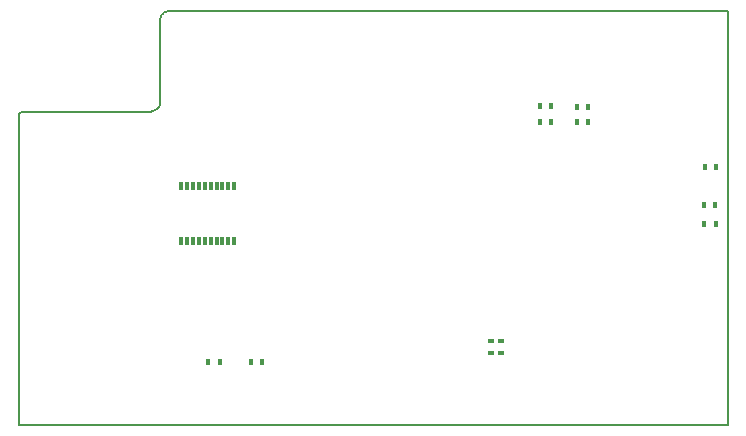
<source format=gbp>
G04*
G04 #@! TF.GenerationSoftware,Altium Limited,Altium Designer,18.1.9 (240)*
G04*
G04 Layer_Color=128*
%FSLAX44Y44*%
%MOMM*%
G71*
G01*
G75*
%ADD20C,0.1520*%
%ADD21R,0.4500X0.6000*%
%ADD22R,0.6000X0.4500*%
%ADD23R,0.4000X0.6000*%
%ADD63R,0.3000X0.7000*%
D20*
Y261586D01*
Y0D02*
X600202D01*
Y350012D01*
X129000D02*
X600202D01*
X126828Y350000D02*
X129000Y350012D01*
X126156Y350000D02*
X126828Y350000D01*
X124837Y349738D02*
X126156Y350000D01*
X123594Y349223D02*
X124837Y349738D01*
X122476Y348475D02*
X123594Y349223D01*
X122000Y348000D02*
X122476Y348475D01*
X121524Y347524D02*
X122000Y348000D01*
X120777Y346406D02*
X121524Y347524D01*
X120262Y345163D02*
X120777Y346406D01*
X120000Y343844D02*
X120262Y345163D01*
X120000Y343172D02*
Y343844D01*
X120000Y274828D02*
X120000Y343172D01*
X120000Y274828D02*
X120053Y273918D01*
X119892Y272102D02*
X120053Y273918D01*
X119380Y270353D02*
X119892Y272102D01*
X118536Y268738D02*
X119380Y270353D01*
X118000Y268000D02*
X118536Y268738D01*
X117184Y267300D02*
X118000Y268000D01*
X115368Y266155D02*
X117184Y267300D01*
X113363Y265387D02*
X115368Y266155D01*
X111246Y265024D02*
X113363Y265387D01*
X110172Y265000D02*
X111246Y265024D01*
X3414Y265000D02*
X110172D01*
X3078Y265000D02*
X3414Y265000D01*
X2418Y264869D02*
X3078Y265000D01*
X1797Y264611D02*
X2418Y264869D01*
X1238Y264238D02*
X1797Y264611D01*
X1000Y264000D02*
X1238Y264238D01*
X762Y263762D02*
X1000Y264000D01*
X389Y263203D02*
X762Y263762D01*
X131Y262582D02*
X389Y263203D01*
X0Y261922D02*
X131Y262582D01*
X0Y261586D02*
Y261922D01*
D21*
X580000Y170000D02*
D03*
X590000D02*
D03*
X170250Y53000D02*
D03*
X160250D02*
D03*
D22*
X399542Y70770D02*
D03*
Y60770D02*
D03*
X408686Y70770D02*
D03*
Y60770D02*
D03*
D23*
X581500Y218315D02*
D03*
X590500D02*
D03*
X589500Y186000D02*
D03*
X580500D02*
D03*
X196902Y53000D02*
D03*
X205902D02*
D03*
X481871Y269240D02*
D03*
X472872D02*
D03*
X450778Y256032D02*
D03*
X441778D02*
D03*
X450647Y269494D02*
D03*
X441646D02*
D03*
X473064Y256030D02*
D03*
X482063D02*
D03*
D63*
X137500Y155900D02*
D03*
Y201900D02*
D03*
X142500Y155900D02*
D03*
Y201900D02*
D03*
X147500Y155900D02*
D03*
Y201900D02*
D03*
X152500Y155900D02*
D03*
Y201900D02*
D03*
X157500Y155900D02*
D03*
Y201900D02*
D03*
X162500Y155900D02*
D03*
Y201900D02*
D03*
X167500Y155900D02*
D03*
Y201900D02*
D03*
X172500Y155900D02*
D03*
Y201900D02*
D03*
X177500Y155900D02*
D03*
Y201900D02*
D03*
X182500Y155900D02*
D03*
Y201900D02*
D03*
M02*

</source>
